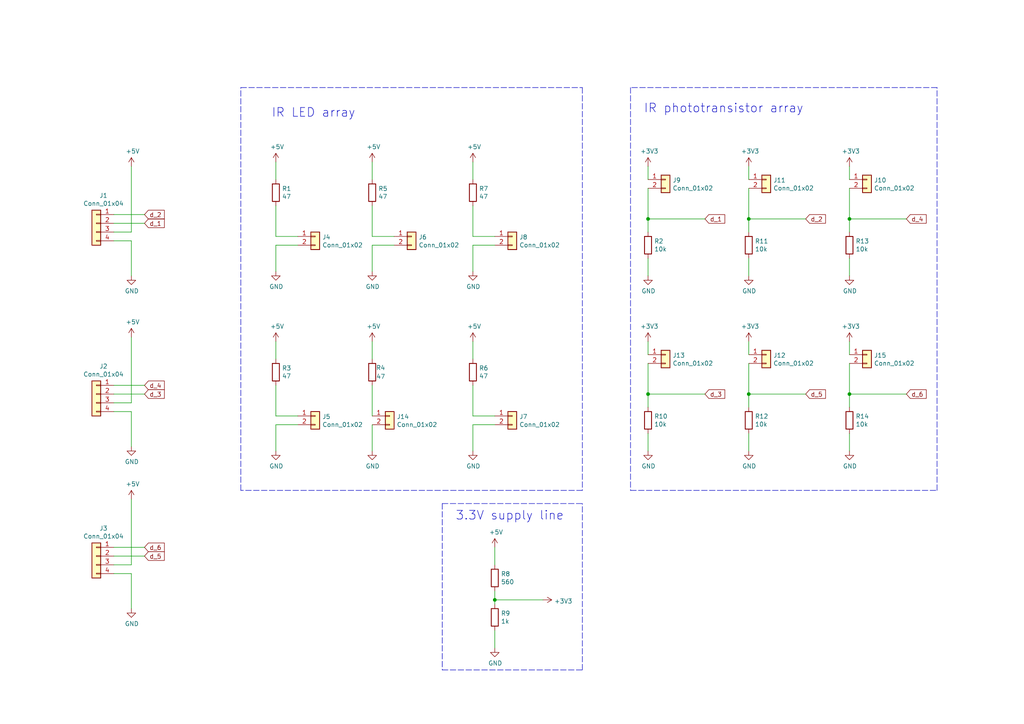
<source format=kicad_sch>
(kicad_sch (version 20211123) (generator eeschema)
  (paper "A4")
  (lib_symbols
    (symbol "Connector_Generic:Conn_01x02" (pin_names (offset 1.016) hide)
      (property "Reference" "J" (at 0 2.54 0))
      (property "Value" "Conn_01x02" (at 0 -5.08 0))
      (symbol "Conn_01x02_1_1"
        (rectangle (start -1.27 -2.413) (end 0 -2.667) (stroke (width 0.1524)))
        (rectangle (start -1.27 0.127) (end 0 -0.127) (stroke (width 0.1524)))
        (rectangle (start -1.27 1.27) (end 1.27 -3.81) (stroke (width 0.254)) (fill (type background)))
        (pin passive line (at -5.08 0 0) (length 3.81) (name "Pin_1") (number "1"))
        (pin passive line (at -5.08 -2.54 0) (length 3.81) (name "Pin_2") (number "2"))
      )
    )
    (symbol "Connector_Generic:Conn_01x04" (pin_names (offset 1.016) hide)
      (property "Reference" "J" (at 0 5.08 0))
      (property "Value" "Conn_01x04" (at 0 -7.62 0))
      (symbol "Conn_01x04_1_1"
        (rectangle (start -1.27 -4.953) (end 0 -5.207) (stroke (width 0.1524)))
        (rectangle (start -1.27 -2.413) (end 0 -2.667) (stroke (width 0.1524)))
        (rectangle (start -1.27 0.127) (end 0 -0.127) (stroke (width 0.1524)))
        (rectangle (start -1.27 2.667) (end 0 2.413) (stroke (width 0.1524)))
        (rectangle (start -1.27 3.81) (end 1.27 -6.35) (stroke (width 0.254)) (fill (type background)))
        (pin passive line (at -5.08 2.54 0) (length 3.81) (name "Pin_1") (number "1"))
        (pin passive line (at -5.08 0 0) (length 3.81) (name "Pin_2") (number "2"))
        (pin passive line (at -5.08 -2.54 0) (length 3.81) (name "Pin_3") (number "3"))
        (pin passive line (at -5.08 -5.08 0) (length 3.81) (name "Pin_4") (number "4"))
      )
    )
    (symbol "Device:R" (pin_numbers hide) (pin_names (offset 0))
      (property "Reference" "R" (at 2.032 0 90))
      (property "Value" "R" (at 0 0 90))
      (symbol "R_0_1"
        (rectangle (start -1.016 -2.54) (end 1.016 2.54) (stroke (width 0.254)))
      )
      (symbol "R_1_1"
        (pin passive line (at 0 3.81 270) (length 1.27) (name "~") (number "1"))
        (pin passive line (at 0 -3.81 90) (length 1.27) (name "~") (number "2"))
      )
    )
    (symbol "ir_sensor-rescue:+3.3V-power" (power) (pin_names (offset 0))
      (property "Value" "+3.3V-power" (at 0 3.556 0))
      (symbol "+3.3V-power_0_1"
        (polyline (pts (xy -0.762 1.27) (xy 0 2.54)))
        (polyline (pts (xy 0 0) (xy 0 2.54)))
        (polyline (pts (xy 0 2.54) (xy 0.762 1.27)))
      )
      (symbol "+3.3V-power_1_1"
        (pin power_in line (at 0 0 90) (length 0) hide (name "+3V3") (number "1"))
      )
    )
    (symbol "power:+5V" (power) (pin_names (offset 0))
      (property "Value" "+5V" (at 0 3.556 0))
      (symbol "+5V_0_1"
        (polyline (pts (xy -0.762 1.27) (xy 0 2.54)))
        (polyline (pts (xy 0 0) (xy 0 2.54)))
        (polyline (pts (xy 0 2.54) (xy 0.762 1.27)))
      )
      (symbol "+5V_1_1"
        (pin power_in line (at 0 0 90) (length 0) hide (name "+5V") (number "1"))
      )
    )
    (symbol "power:GND" (power) (pin_names (offset 0))
      (property "Value" "GND" (at 0 -3.81 0))
      (symbol "GND_0_1"
        (polyline (pts (xy 0 0) (xy 0 -1.27) (xy 1.27 -1.27) (xy 0 -2.54) (xy -1.27 -1.27) (xy 0 -1.27)))
      )
      (symbol "GND_1_1"
        (pin power_in line (at 0 0 270) (length 0) hide (name "GND") (number "1"))
      )
    )
  )
  (junction (at 217.17 114.3))
  (junction (at 187.96 114.3))
  (junction (at 217.17 63.5))
  (junction (at 187.96 63.5))
  (junction (at 246.38 63.5))
  (junction (at 246.38 114.3))
  (junction (at 143.51 173.99))
  (wire (pts (xy 246.38 114.3) (xy 246.38 118.11)))
  (wire (pts (xy 187.96 74.93) (xy 187.96 80.01)))
  (wire (pts (xy 246.38 105.41) (xy 246.38 114.3)))
  (wire (pts (xy 187.96 63.5) (xy 187.96 67.31)))
  (wire (pts (xy 33.02 64.77) (xy 41.91 64.77)))
  (wire (pts (xy 107.95 111.76) (xy 107.95 120.65)))
  (wire (pts (xy 107.95 99.06) (xy 107.95 104.14)))
  (polyline (pts (xy 271.78 25.4) (xy 182.88 25.4)))
  (wire (pts (xy 33.02 158.75) (xy 41.91 158.75)))
  (wire (pts (xy 187.96 48.26) (xy 187.96 52.07)))
  (wire (pts (xy 80.01 120.65) (xy 86.36 120.65)))
  (wire (pts (xy 137.16 111.76) (xy 137.16 120.65)))
  (polyline (pts (xy 271.78 142.24) (xy 271.78 25.4)))
  (wire (pts (xy 217.17 63.5) (xy 217.17 67.31)))
  (wire (pts (xy 38.1 144.78) (xy 38.1 163.83)))
  (polyline (pts (xy 182.88 142.24) (xy 271.78 142.24)))
  (wire (pts (xy 80.01 123.19) (xy 86.36 123.19)))
  (wire (pts (xy 217.17 54.61) (xy 217.17 63.5)))
  (wire (pts (xy 38.1 97.79) (xy 38.1 116.84)))
  (wire (pts (xy 107.95 123.19) (xy 107.95 130.81)))
  (wire (pts (xy 217.17 114.3) (xy 233.68 114.3)))
  (wire (pts (xy 217.17 114.3) (xy 217.17 118.11)))
  (wire (pts (xy 33.02 67.31) (xy 38.1 67.31)))
  (wire (pts (xy 33.02 161.29) (xy 41.91 161.29)))
  (wire (pts (xy 187.96 99.06) (xy 187.96 102.87)))
  (wire (pts (xy 80.01 99.06) (xy 80.01 104.14)))
  (wire (pts (xy 187.96 63.5) (xy 204.47 63.5)))
  (wire (pts (xy 187.96 105.41) (xy 187.96 114.3)))
  (wire (pts (xy 33.02 114.3) (xy 41.91 114.3)))
  (wire (pts (xy 80.01 111.76) (xy 80.01 120.65)))
  (wire (pts (xy 137.16 123.19) (xy 143.51 123.19)))
  (wire (pts (xy 217.17 63.5) (xy 233.68 63.5)))
  (wire (pts (xy 107.95 71.12) (xy 107.95 78.74)))
  (wire (pts (xy 137.16 99.06) (xy 137.16 104.14)))
  (wire (pts (xy 137.16 71.12) (xy 137.16 78.74)))
  (wire (pts (xy 187.96 54.61) (xy 187.96 63.5)))
  (wire (pts (xy 80.01 68.58) (xy 86.36 68.58)))
  (wire (pts (xy 107.95 59.69) (xy 107.95 68.58)))
  (wire (pts (xy 246.38 125.73) (xy 246.38 130.81)))
  (wire (pts (xy 38.1 69.85) (xy 38.1 80.01)))
  (polyline (pts (xy 128.27 146.05) (xy 168.91 146.05)))
  (wire (pts (xy 246.38 54.61) (xy 246.38 63.5)))
  (wire (pts (xy 217.17 74.93) (xy 217.17 80.01)))
  (wire (pts (xy 107.95 46.99) (xy 107.95 52.07)))
  (polyline (pts (xy 168.91 142.24) (xy 69.85 142.24)))
  (wire (pts (xy 80.01 59.69) (xy 80.01 68.58)))
  (wire (pts (xy 80.01 71.12) (xy 86.36 71.12)))
  (polyline (pts (xy 168.91 25.4) (xy 168.91 142.24)))
  (wire (pts (xy 38.1 166.37) (xy 38.1 176.53)))
  (wire (pts (xy 217.17 99.06) (xy 217.17 102.87)))
  (wire (pts (xy 187.96 114.3) (xy 204.47 114.3)))
  (wire (pts (xy 246.38 48.26) (xy 246.38 52.07)))
  (wire (pts (xy 246.38 99.06) (xy 246.38 102.87)))
  (wire (pts (xy 143.51 187.96) (xy 143.51 182.88)))
  (polyline (pts (xy 182.88 25.4) (xy 182.88 142.24)))
  (wire (pts (xy 33.02 119.38) (xy 38.1 119.38)))
  (wire (pts (xy 187.96 125.73) (xy 187.96 130.81)))
  (wire (pts (xy 80.01 123.19) (xy 80.01 130.81)))
  (wire (pts (xy 246.38 74.93) (xy 246.38 80.01)))
  (wire (pts (xy 137.16 59.69) (xy 137.16 68.58)))
  (wire (pts (xy 80.01 46.99) (xy 80.01 52.07)))
  (wire (pts (xy 33.02 163.83) (xy 38.1 163.83)))
  (wire (pts (xy 107.95 71.12) (xy 114.3 71.12)))
  (polyline (pts (xy 128.27 146.05) (xy 128.27 194.31)))
  (wire (pts (xy 143.51 175.26) (xy 143.51 173.99)))
  (wire (pts (xy 137.16 71.12) (xy 143.51 71.12)))
  (polyline (pts (xy 69.85 142.24) (xy 69.85 25.4)))
  (wire (pts (xy 137.16 120.65) (xy 143.51 120.65)))
  (polyline (pts (xy 168.91 194.31) (xy 168.91 146.05)))
  (wire (pts (xy 33.02 116.84) (xy 38.1 116.84)))
  (wire (pts (xy 187.96 114.3) (xy 187.96 118.11)))
  (wire (pts (xy 33.02 69.85) (xy 38.1 69.85)))
  (wire (pts (xy 33.02 62.23) (xy 41.91 62.23)))
  (wire (pts (xy 33.02 166.37) (xy 38.1 166.37)))
  (wire (pts (xy 80.01 71.12) (xy 80.01 78.74)))
  (wire (pts (xy 217.17 48.26) (xy 217.17 52.07)))
  (wire (pts (xy 217.17 125.73) (xy 217.17 130.81)))
  (wire (pts (xy 143.51 173.99) (xy 143.51 171.45)))
  (wire (pts (xy 246.38 63.5) (xy 262.89 63.5)))
  (wire (pts (xy 143.51 163.83) (xy 143.51 158.75)))
  (wire (pts (xy 137.16 123.19) (xy 137.16 130.81)))
  (wire (pts (xy 217.17 105.41) (xy 217.17 114.3)))
  (wire (pts (xy 137.16 46.99) (xy 137.16 52.07)))
  (wire (pts (xy 38.1 119.38) (xy 38.1 129.54)))
  (wire (pts (xy 246.38 114.3) (xy 262.89 114.3)))
  (wire (pts (xy 137.16 68.58) (xy 143.51 68.58)))
  (wire (pts (xy 143.51 173.99) (xy 157.48 173.99)))
  (wire (pts (xy 107.95 68.58) (xy 114.3 68.58)))
  (polyline (pts (xy 69.85 25.4) (xy 168.91 25.4)))
  (polyline (pts (xy 128.27 194.31) (xy 168.91 194.31)))
  (wire (pts (xy 246.38 63.5) (xy 246.38 67.31)))
  (wire (pts (xy 38.1 48.26) (xy 38.1 67.31)))
  (wire (pts (xy 33.02 111.76) (xy 41.91 111.76)))
  (text "3.3V supply line" (at 132.08 151.13 0) (effects (font (size 2.54 2.54)) (justify left bottom)))
  (text "IR LED array" (at 78.74 34.29 0) (effects (font (size 2.54 2.54)) (justify left bottom)))
  (text "IR phototransistor array" (at 186.69 33.02 0) (effects (font (size 2.54 2.54)) (justify left bottom)))
  (global_label "d_6" (shape input) (at 41.91 158.75 0) (property "Intersheet References" "${INTERSHEET_REFS}" (effects hide)))
  (global_label "d_4" (shape input) (at 41.91 111.76 0) (property "Intersheet References" "${INTERSHEET_REFS}" (effects hide)))
  (global_label "d_2" (shape input) (at 41.91 62.23 0) (property "Intersheet References" "${INTERSHEET_REFS}" (effects hide)))
  (global_label "d_1" (shape input) (at 204.47 63.5 0) (property "Intersheet References" "${INTERSHEET_REFS}" (effects hide)))
  (global_label "d_5" (shape input) (at 41.91 161.29 0) (property "Intersheet References" "${INTERSHEET_REFS}" (effects hide)))
  (global_label "d_3" (shape input) (at 41.91 114.3 0) (property "Intersheet References" "${INTERSHEET_REFS}" (effects hide)))
  (global_label "d_2" (shape input) (at 233.68 63.5 0) (property "Intersheet References" "${INTERSHEET_REFS}" (effects hide)))
  (global_label "d_6" (shape input) (at 262.89 114.3 0) (property "Intersheet References" "${INTERSHEET_REFS}" (effects hide)))
  (global_label "d_4" (shape input) (at 262.89 63.5 0) (property "Intersheet References" "${INTERSHEET_REFS}" (effects hide)))
  (global_label "d_5" (shape input) (at 233.68 114.3 0) (property "Intersheet References" "${INTERSHEET_REFS}" (effects hide)))
  (global_label "d_3" (shape input) (at 204.47 114.3 0) (property "Intersheet References" "${INTERSHEET_REFS}" (effects hide)))
  (global_label "d_1" (shape input) (at 41.91 64.77 0) (property "Intersheet References" "${INTERSHEET_REFS}" (effects hide)))
  (symbol (lib_id "Device:R") (at 80.01 55.88 0) (unit 1)
    (property "Reference" "R1" (at 81.788 54.7116 0) (effects (justify left)))
    (property "Value" "47" (at 81.788 57.023 0) (effects (justify left)))
    (property "Footprint" "Resistor_THT:R_Box_L13.0mm_W4.0mm_P9.00mm" (effects hide))
  )
  (symbol (lib_id "Connector_Generic:Conn_01x04") (at 27.94 64.77 0) (mirror y) (unit 1)
    (property "Reference" "J1" (at 30.0228 56.7182 0))
    (property "Value" "Conn_01x04" (at 30.0228 59.0296 0))
    (property "Footprint" "Connector_JST:JST_XH_B4B-XH-A_1x04_P2.50mm_Vertical" (effects hide))
  )
  (symbol (lib_id "power:GND") (at 38.1 80.01 0) (unit 1)
    (property "Reference" "#PWR02" (effects hide))
    (property "Value" "GND" (at 38.227 84.4042 0))
  )
  (symbol (lib_id "power:+5V") (at 38.1 48.26 0) (unit 1)
    (property "Reference" "#PWR01" (effects hide))
    (property "Value" "+5V" (at 38.481 43.8658 0))
  )
  (symbol (lib_id "Device:R") (at 187.96 71.12 0) (unit 1)
    (property "Reference" "R2" (at 189.738 69.9516 0) (effects (justify left)))
    (property "Value" "10k" (at 189.738 72.263 0) (effects (justify left)))
    (property "Footprint" "Resistor_THT:R_Box_L13.0mm_W4.0mm_P9.00mm" (effects hide))
  )
  (symbol (lib_id "power:GND") (at 187.96 80.01 0) (unit 1)
    (property "Reference" "#PWR06" (effects hide))
    (property "Value" "GND" (at 188.087 84.4042 0))
  )
  (symbol (lib_id "power:+5V") (at 143.51 158.75 0) (unit 1)
    (property "Reference" "#PWR0120" (effects hide))
    (property "Value" "+5V" (at 143.891 154.3558 0))
  )
  (symbol (lib_id "power:GND") (at 143.51 187.96 0) (unit 1)
    (property "Reference" "#PWR0101" (effects hide))
    (property "Value" "GND" (at 143.637 192.3542 0))
  )
  (symbol (lib_id "Device:R") (at 143.51 167.64 0) (unit 1)
    (property "Reference" "R8" (at 145.288 166.4716 0) (effects (justify left)))
    (property "Value" "560" (at 145.288 168.783 0) (effects (justify left)))
    (property "Footprint" "Resistor_THT:R_Box_L13.0mm_W4.0mm_P9.00mm" (effects hide))
  )
  (symbol (lib_id "Device:R") (at 143.51 179.07 0) (unit 1)
    (property "Reference" "R9" (at 145.288 177.9016 0) (effects (justify left)))
    (property "Value" "1k" (at 145.288 180.213 0) (effects (justify left)))
    (property "Footprint" "Resistor_THT:R_Box_L13.0mm_W4.0mm_P9.00mm" (effects hide))
  )
  (symbol (lib_id "ir_sensor-rescue:+3.3V-power") (at 187.96 48.26 0) (unit 1)
    (property "Reference" "#PWR0119" (effects hide))
    (property "Value" "+3.3V" (at 188.341 43.8658 0))
  )
  (symbol (lib_id "ir_sensor-rescue:+3.3V-power") (at 157.48 173.99 270) (unit 1)
    (property "Reference" "#PWR0118" (effects hide))
    (property "Value" "+3.3V" (at 160.7312 174.371 90) (effects (justify left)))
  )
  (symbol (lib_id "Connector_Generic:Conn_01x02") (at 91.44 68.58 0) (unit 1)
    (property "Reference" "J4" (at 93.472 68.7832 0) (effects (justify left)))
    (property "Value" "Conn_01x02" (at 93.472 71.0946 0) (effects (justify left)))
    (property "Footprint" "Connector_JST:JST_XH_B2B-XH-A_1x02_P2.50mm_Vertical" (effects hide))
  )
  (symbol (lib_id "Connector_Generic:Conn_01x02") (at 193.04 52.07 0) (unit 1)
    (property "Reference" "J9" (at 195.072 52.2732 0) (effects (justify left)))
    (property "Value" "Conn_01x02" (at 195.072 54.5846 0) (effects (justify left)))
    (property "Footprint" "Connector_JST:JST_XH_B2B-XH-A_1x02_P2.50mm_Vertical" (effects hide))
  )
  (symbol (lib_id "Device:R") (at 217.17 71.12 0) (unit 1)
    (property "Reference" "R11" (at 218.948 69.9516 0) (effects (justify left)))
    (property "Value" "10k" (at 218.948 72.263 0) (effects (justify left)))
    (property "Footprint" "Resistor_THT:R_Box_L13.0mm_W4.0mm_P9.00mm" (effects hide))
  )
  (symbol (lib_id "power:GND") (at 217.17 80.01 0) (unit 1)
    (property "Reference" "#PWR0117" (effects hide))
    (property "Value" "GND" (at 217.297 84.4042 0))
  )
  (symbol (lib_id "ir_sensor-rescue:+3.3V-power") (at 217.17 48.26 0) (unit 1)
    (property "Reference" "#PWR0116" (effects hide))
    (property "Value" "+3.3V" (at 217.551 43.8658 0))
  )
  (symbol (lib_id "Connector_Generic:Conn_01x02") (at 222.25 52.07 0) (unit 1)
    (property "Reference" "J11" (at 224.282 52.2732 0) (effects (justify left)))
    (property "Value" "Conn_01x02" (at 224.282 54.5846 0) (effects (justify left)))
    (property "Footprint" "Connector_JST:JST_XH_B2B-XH-A_1x02_P2.50mm_Vertical" (effects hide))
  )
  (symbol (lib_id "Device:R") (at 107.95 55.88 0) (unit 1)
    (property "Reference" "R5" (at 109.728 54.7116 0) (effects (justify left)))
    (property "Value" "47" (at 109.728 57.023 0) (effects (justify left)))
    (property "Footprint" "Resistor_THT:R_Box_L13.0mm_W4.0mm_P9.00mm" (effects hide))
  )
  (symbol (lib_id "Connector_Generic:Conn_01x02") (at 119.38 68.58 0) (unit 1)
    (property "Reference" "J6" (at 121.412 68.7832 0) (effects (justify left)))
    (property "Value" "Conn_01x02" (at 121.412 71.0946 0) (effects (justify left)))
    (property "Footprint" "Connector_JST:JST_XH_B2B-XH-A_1x02_P2.50mm_Vertical" (effects hide))
  )
  (symbol (lib_id "Device:R") (at 80.01 107.95 0) (unit 1)
    (property "Reference" "R3" (at 81.788 106.7816 0) (effects (justify left)))
    (property "Value" "47" (at 81.788 109.093 0) (effects (justify left)))
    (property "Footprint" "Resistor_THT:R_Box_L13.0mm_W4.0mm_P9.00mm" (effects hide))
  )
  (symbol (lib_id "Device:R") (at 246.38 71.12 0) (unit 1)
    (property "Reference" "R13" (at 248.158 69.9516 0) (effects (justify left)))
    (property "Value" "10k" (at 248.158 72.263 0) (effects (justify left)))
    (property "Footprint" "Resistor_THT:R_Box_L13.0mm_W4.0mm_P9.00mm" (effects hide))
  )
  (symbol (lib_id "power:GND") (at 246.38 80.01 0) (unit 1)
    (property "Reference" "#PWR0113" (effects hide))
    (property "Value" "GND" (at 246.507 84.4042 0))
  )
  (symbol (lib_id "ir_sensor-rescue:+3.3V-power") (at 246.38 48.26 0) (unit 1)
    (property "Reference" "#PWR0112" (effects hide))
    (property "Value" "+3.3V" (at 246.761 43.8658 0))
  )
  (symbol (lib_id "Connector_Generic:Conn_01x02") (at 91.44 120.65 0) (unit 1)
    (property "Reference" "J5" (at 93.472 120.8532 0) (effects (justify left)))
    (property "Value" "Conn_01x02" (at 93.472 123.1646 0) (effects (justify left)))
    (property "Footprint" "Connector_JST:JST_XH_B2B-XH-A_1x02_P2.50mm_Vertical" (effects hide))
  )
  (symbol (lib_id "Connector_Generic:Conn_01x02") (at 193.04 102.87 0) (unit 1)
    (property "Reference" "J13" (at 195.072 103.0732 0) (effects (justify left)))
    (property "Value" "Conn_01x02" (at 195.072 105.3846 0) (effects (justify left)))
    (property "Footprint" "Connector_JST:JST_XH_B2B-XH-A_1x02_P2.50mm_Vertical" (effects hide))
  )
  (symbol (lib_id "Device:R") (at 187.96 121.92 0) (unit 1)
    (property "Reference" "R10" (at 189.738 120.7516 0) (effects (justify left)))
    (property "Value" "10k" (at 189.738 123.063 0) (effects (justify left)))
    (property "Footprint" "Resistor_THT:R_Box_L13.0mm_W4.0mm_P9.00mm" (effects hide))
  )
  (symbol (lib_id "power:GND") (at 187.96 130.81 0) (unit 1)
    (property "Reference" "#PWR0111" (effects hide))
    (property "Value" "GND" (at 188.087 135.2042 0))
  )
  (symbol (lib_id "ir_sensor-rescue:+3.3V-power") (at 187.96 99.06 0) (unit 1)
    (property "Reference" "#PWR0110" (effects hide))
    (property "Value" "+3.3V" (at 188.341 94.6658 0))
  )
  (symbol (lib_id "Connector_Generic:Conn_01x02") (at 251.46 52.07 0) (unit 1)
    (property "Reference" "J10" (at 253.492 52.2732 0) (effects (justify left)))
    (property "Value" "Conn_01x02" (at 253.492 54.5846 0) (effects (justify left)))
    (property "Footprint" "Connector_JST:JST_XH_B2B-XH-A_1x02_P2.50mm_Vertical" (effects hide))
  )
  (symbol (lib_id "Device:R") (at 137.16 107.95 0) (unit 1)
    (property "Reference" "R6" (at 138.938 106.7816 0) (effects (justify left)))
    (property "Value" "47" (at 138.938 109.093 0) (effects (justify left)))
    (property "Footprint" "Resistor_THT:R_Box_L13.0mm_W4.0mm_P9.00mm" (effects hide))
  )
  (symbol (lib_id "Connector_Generic:Conn_01x02") (at 148.59 120.65 0) (unit 1)
    (property "Reference" "J7" (at 150.622 120.8532 0) (effects (justify left)))
    (property "Value" "Conn_01x02" (at 150.622 123.1646 0) (effects (justify left)))
    (property "Footprint" "Connector_JST:JST_XH_B2B-XH-A_1x02_P2.50mm_Vertical" (effects hide))
  )
  (symbol (lib_id "Device:R") (at 137.16 55.88 0) (unit 1)
    (property "Reference" "R7" (at 138.938 54.7116 0) (effects (justify left)))
    (property "Value" "47" (at 138.938 57.023 0) (effects (justify left)))
    (property "Footprint" "Resistor_THT:R_Box_L13.0mm_W4.0mm_P9.00mm" (effects hide))
  )
  (symbol (lib_id "Connector_Generic:Conn_01x02") (at 148.59 68.58 0) (unit 1)
    (property "Reference" "J8" (at 150.622 68.7832 0) (effects (justify left)))
    (property "Value" "Conn_01x02" (at 150.622 71.0946 0) (effects (justify left)))
    (property "Footprint" "Connector_JST:JST_XH_B2B-XH-A_1x02_P2.50mm_Vertical" (effects hide))
  )
  (symbol (lib_id "Device:R") (at 217.17 121.92 0) (unit 1)
    (property "Reference" "R12" (at 218.948 120.7516 0) (effects (justify left)))
    (property "Value" "10k" (at 218.948 123.063 0) (effects (justify left)))
    (property "Footprint" "Resistor_THT:R_Box_L13.0mm_W4.0mm_P9.00mm" (effects hide))
  )
  (symbol (lib_id "power:GND") (at 217.17 130.81 0) (unit 1)
    (property "Reference" "#PWR0107" (effects hide))
    (property "Value" "GND" (at 217.297 135.2042 0))
  )
  (symbol (lib_id "ir_sensor-rescue:+3.3V-power") (at 217.17 99.06 0) (unit 1)
    (property "Reference" "#PWR0106" (effects hide))
    (property "Value" "+3.3V" (at 217.551 94.6658 0))
  )
  (symbol (lib_id "Connector_Generic:Conn_01x02") (at 222.25 102.87 0) (unit 1)
    (property "Reference" "J12" (at 224.282 103.0732 0) (effects (justify left)))
    (property "Value" "Conn_01x02" (at 224.282 105.3846 0) (effects (justify left)))
    (property "Footprint" "Connector_JST:JST_XH_B2B-XH-A_1x02_P2.50mm_Vertical" (effects hide))
  )
  (symbol (lib_id "Connector_Generic:Conn_01x04") (at 27.94 114.3 0) (mirror y) (unit 1)
    (property "Reference" "J2" (at 30.0228 106.2482 0))
    (property "Value" "Conn_01x04" (at 30.0228 108.5596 0))
    (property "Footprint" "Connector_JST:JST_XH_B4B-XH-A_1x04_P2.50mm_Vertical" (effects hide))
  )
  (symbol (lib_id "power:GND") (at 38.1 129.54 0) (unit 1)
    (property "Reference" "#PWR0102" (effects hide))
    (property "Value" "GND" (at 38.227 133.9342 0))
  )
  (symbol (lib_id "power:+5V") (at 38.1 97.79 0) (unit 1)
    (property "Reference" "#PWR0103" (effects hide))
    (property "Value" "+5V" (at 38.481 93.3958 0))
  )
  (symbol (lib_id "Connector_Generic:Conn_01x04") (at 27.94 161.29 0) (mirror y) (unit 1)
    (property "Reference" "J3" (at 30.0228 153.2382 0))
    (property "Value" "Conn_01x04" (at 30.0228 155.5496 0))
    (property "Footprint" "Connector_JST:JST_XH_B4B-XH-A_1x04_P2.50mm_Vertical" (effects hide))
  )
  (symbol (lib_id "power:GND") (at 38.1 176.53 0) (unit 1)
    (property "Reference" "#PWR0104" (effects hide))
    (property "Value" "GND" (at 38.227 180.9242 0))
  )
  (symbol (lib_id "power:+5V") (at 38.1 144.78 0) (unit 1)
    (property "Reference" "#PWR0105" (effects hide))
    (property "Value" "+5V" (at 38.481 140.3858 0))
  )
  (symbol (lib_id "Device:R") (at 107.95 107.95 180) (unit 1)
    (property "Reference" "R4" (at 111.76 106.68 0) (effects (justify left)))
    (property "Value" "47" (at 111.76 109.22 0) (effects (justify left)))
    (property "Footprint" "Resistor_THT:R_Box_L13.0mm_W4.0mm_P9.00mm" (effects hide))
  )
  (symbol (lib_id "Connector_Generic:Conn_01x02") (at 113.03 120.65 0) (unit 1)
    (property "Reference" "J14" (at 115.062 120.8532 0) (effects (justify left)))
    (property "Value" "Conn_01x02" (at 115.062 123.1646 0) (effects (justify left)))
    (property "Footprint" "Connector_JST:JST_XH_B2B-XH-A_1x02_P2.50mm_Vertical" (effects hide))
  )
  (symbol (lib_id "power:+5V") (at 107.95 46.99 0) (unit 1)
    (property "Reference" "#PWR0121" (effects hide))
    (property "Value" "+5V" (at 108.331 42.5958 0))
  )
  (symbol (lib_id "power:GND") (at 107.95 130.81 0) (unit 1)
    (property "Reference" "#PWR0128" (effects hide))
    (property "Value" "GND" (at 108.077 135.2042 0))
  )
  (symbol (lib_id "power:GND") (at 137.16 78.74 0) (unit 1)
    (property "Reference" "#PWR0115" (effects hide))
    (property "Value" "GND" (at 137.287 83.1342 0))
  )
  (symbol (lib_id "power:+5V") (at 80.01 46.99 0) (unit 1)
    (property "Reference" "#PWR0122" (effects hide))
    (property "Value" "+5V" (at 80.391 42.5958 0))
  )
  (symbol (lib_id "ir_sensor-rescue:+3.3V-power") (at 246.38 99.06 0) (unit 1)
    (property "Reference" "#PWR0129" (effects hide))
    (property "Value" "+3.3V" (at 246.761 94.6658 0))
  )
  (symbol (lib_id "Connector_Generic:Conn_01x02") (at 251.46 102.87 0) (unit 1)
    (property "Reference" "J15" (at 253.492 103.0732 0) (effects (justify left)))
    (property "Value" "Conn_01x02" (at 253.492 105.3846 0) (effects (justify left)))
    (property "Footprint" "Connector_JST:JST_XH_B2B-XH-A_1x02_P2.50mm_Vertical" (effects hide))
  )
  (symbol (lib_id "power:+5V") (at 137.16 46.99 0) (unit 1)
    (property "Reference" "#PWR0123" (effects hide))
    (property "Value" "+5V" (at 137.541 42.5958 0))
  )
  (symbol (lib_id "power:GND") (at 246.38 130.81 0) (unit 1)
    (property "Reference" "#PWR0130" (effects hide))
    (property "Value" "GND" (at 246.507 135.2042 0))
  )
  (symbol (lib_id "Device:R") (at 246.38 121.92 0) (unit 1)
    (property "Reference" "R14" (at 248.158 120.7516 0) (effects (justify left)))
    (property "Value" "10k" (at 248.158 123.063 0) (effects (justify left)))
    (property "Footprint" "Resistor_THT:R_Box_L13.0mm_W4.0mm_P9.00mm" (effects hide))
  )
  (symbol (lib_id "power:GND") (at 137.16 130.81 0) (unit 1)
    (property "Reference" "#PWR0124" (effects hide))
    (property "Value" "GND" (at 137.287 135.2042 0))
  )
  (symbol (lib_id "power:GND") (at 80.01 130.81 0) (unit 1)
    (property "Reference" "#PWR0127" (effects hide))
    (property "Value" "GND" (at 80.137 135.2042 0))
  )
  (symbol (lib_id "power:+5V") (at 137.16 99.06 0) (unit 1)
    (property "Reference" "#PWR0126" (effects hide))
    (property "Value" "+5V" (at 137.541 94.6658 0))
  )
  (symbol (lib_id "power:GND") (at 80.01 78.74 0) (unit 1)
    (property "Reference" "#PWR0109" (effects hide))
    (property "Value" "GND" (at 80.137 83.1342 0))
  )
  (symbol (lib_id "power:GND") (at 107.95 78.74 0) (unit 1)
    (property "Reference" "#PWR0114" (effects hide))
    (property "Value" "GND" (at 108.077 83.1342 0))
  )
  (symbol (lib_id "power:+5V") (at 107.95 99.06 0) (unit 1)
    (property "Reference" "#PWR0125" (effects hide))
    (property "Value" "+5V" (at 108.331 94.6658 0))
  )
  (symbol (lib_id "power:+5V") (at 80.01 99.06 0) (unit 1)
    (property "Reference" "#PWR0108" (effects hide))
    (property "Value" "+5V" (at 80.391 94.6658 0))
  )
)
</source>
